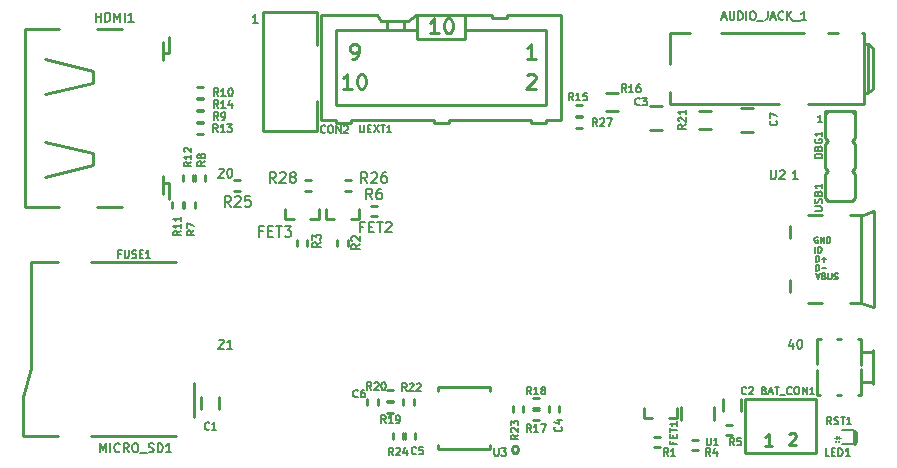
<source format=gbr>
%TF.GenerationSoftware,KiCad,Pcbnew,5.1.5+dfsg1-2build2*%
%TF.CreationDate,2021-04-22T16:13:23+03:00*%
%TF.ProjectId,RP2040-PICO-PC_rev_B,52503230-3430-42d5-9049-434f2d50435f,A*%
%TF.SameCoordinates,Original*%
%TF.FileFunction,Legend,Top*%
%TF.FilePolarity,Positive*%
%FSLAX46Y46*%
G04 Gerber Fmt 4.6, Leading zero omitted, Abs format (unit mm)*
G04 Created by KiCad (PCBNEW 5.1.5+dfsg1-2build2) date 2021-04-22 16:13:23*
%MOMM*%
%LPD*%
G04 APERTURE LIST*
%ADD10C,0.254000*%
%ADD11C,0.127000*%
%ADD12C,0.100000*%
%ADD13C,0.050000*%
%ADD14C,0.154000*%
%ADD15C,0.158750*%
%ADD16C,0.190500*%
%ADD17C,0.222250*%
G04 APERTURE END LIST*
D10*
%TO.C,R28*%
X142875000Y-116649500D02*
X142621000Y-116649500D01*
X142875000Y-116649500D02*
X143129000Y-116649500D01*
X142875000Y-115760500D02*
X143129000Y-115760500D01*
X142875000Y-115760500D02*
X142621000Y-115760500D01*
%TO.C,R26*%
X146304000Y-116649500D02*
X146050000Y-116649500D01*
X146304000Y-116649500D02*
X146558000Y-116649500D01*
X146304000Y-115760500D02*
X146558000Y-115760500D01*
X146304000Y-115760500D02*
X146050000Y-115760500D01*
%TO.C,R25*%
X136906000Y-115760500D02*
X137160000Y-115760500D01*
X136906000Y-115760500D02*
X136652000Y-115760500D01*
X136906000Y-116649500D02*
X136652000Y-116649500D01*
X136906000Y-116649500D02*
X137160000Y-116649500D01*
%TO.C,R6*%
X148463000Y-118808500D02*
X148209000Y-118808500D01*
X148463000Y-118808500D02*
X148717000Y-118808500D01*
X148463000Y-117919500D02*
X148717000Y-117919500D01*
X148463000Y-117919500D02*
X148209000Y-117919500D01*
%TO.C,FET3*%
X140944600Y-118999000D02*
X141655800Y-118999000D01*
X140944600Y-118160800D02*
X140944600Y-118999000D01*
X143789400Y-118160800D02*
X143789400Y-118999000D01*
X143078200Y-118999000D02*
X143789400Y-118999000D01*
%TO.C,FET2*%
X144373600Y-118999000D02*
X145084800Y-118999000D01*
X144373600Y-118160800D02*
X144373600Y-118999000D01*
X147218400Y-118160800D02*
X147218400Y-118999000D01*
X146507200Y-118999000D02*
X147218400Y-118999000D01*
%TO.C,AUDIO_JACK_1*%
X187737000Y-103299000D02*
X186937000Y-103299000D01*
X189937000Y-103299000D02*
X189777000Y-103299000D01*
X175237000Y-103299000D02*
X173537000Y-103299000D01*
X184837000Y-103299000D02*
X177837000Y-103299000D01*
X173537000Y-105879000D02*
X173537000Y-103299000D01*
X173537000Y-109299000D02*
X173537000Y-108299000D01*
X182737000Y-109299000D02*
X173537000Y-109299000D01*
X189937000Y-109299000D02*
X185237000Y-109299000D01*
X190292500Y-108302800D02*
X190292500Y-104213400D01*
X190292500Y-104213400D02*
X189937000Y-104213400D01*
X190737000Y-104549000D02*
X190292500Y-104213400D01*
X190737000Y-108049000D02*
X190737000Y-104549000D01*
X190241700Y-108353600D02*
X190737000Y-108049000D01*
X189937000Y-108353600D02*
X190241700Y-108353600D01*
X189937000Y-109299000D02*
X189937000Y-103299000D01*
%TO.C,R3*%
X142811500Y-121031000D02*
X142811500Y-121285000D01*
X142811500Y-121031000D02*
X142811500Y-120777000D01*
X141922500Y-121031000D02*
X141922500Y-120777000D01*
X141922500Y-121031000D02*
X141922500Y-121285000D01*
%TO.C,R2*%
X146240500Y-121031000D02*
X146240500Y-121285000D01*
X146240500Y-121031000D02*
X146240500Y-120777000D01*
X145351500Y-121031000D02*
X145351500Y-120777000D01*
X145351500Y-121031000D02*
X145351500Y-121285000D01*
%TO.C,FET1*%
X173431200Y-135915400D02*
X174142400Y-135915400D01*
X174142400Y-135077200D02*
X174142400Y-135915400D01*
X171297600Y-135077200D02*
X171297600Y-135915400D01*
X171297600Y-135915400D02*
X172008800Y-135915400D01*
%TO.C,DBG1*%
X189230000Y-109855000D02*
X186690000Y-109855000D01*
X186944000Y-114935000D02*
X186690000Y-115189000D01*
X186690000Y-114681000D02*
X186944000Y-114935000D01*
X186690000Y-112141000D02*
X186690000Y-110363000D01*
X186944000Y-112395000D02*
X186690000Y-112141000D01*
X186690000Y-112649000D02*
X186944000Y-112395000D01*
X186690000Y-114681000D02*
X186690000Y-112649000D01*
X186690000Y-110363000D02*
X186690000Y-109855000D01*
X186690000Y-110109000D02*
X186944000Y-109855000D01*
X188976000Y-109855000D02*
X189230000Y-110109000D01*
X186690000Y-117221000D02*
X186690000Y-115189000D01*
X186944000Y-117475000D02*
X186690000Y-117221000D01*
X188976000Y-117475000D02*
X186944000Y-117475000D01*
X189230000Y-117221000D02*
X188976000Y-117475000D01*
X189230000Y-115189000D02*
X189230000Y-117221000D01*
X188976000Y-114935000D02*
X189230000Y-115189000D01*
X189230000Y-114681000D02*
X188976000Y-114935000D01*
X189230000Y-112649000D02*
X189230000Y-114681000D01*
X188976000Y-112395000D02*
X189230000Y-112649000D01*
X189230000Y-112141000D02*
X188976000Y-112395000D01*
X189230000Y-110109000D02*
X189230000Y-112141000D01*
X189230000Y-109855000D02*
X189230000Y-110109000D01*
%TO.C,CON2*%
X143651000Y-101553000D02*
X143651000Y-104303000D01*
X139051000Y-111553000D02*
X139051000Y-101553000D01*
X139051000Y-101553000D02*
X143651000Y-101553000D01*
X139051000Y-111553000D02*
X143651000Y-111553000D01*
X143651000Y-111553000D02*
X143651000Y-109053000D01*
%TO.C,UEXT1*%
X145288000Y-110871000D02*
X145288000Y-110617000D01*
X146558000Y-110871000D02*
X146558000Y-110617000D01*
X153543000Y-110871000D02*
X153543000Y-110617000D01*
X154813000Y-110871000D02*
X154813000Y-110617000D01*
X161798000Y-110871000D02*
X161798000Y-110617000D01*
X159766000Y-101981000D02*
X159766000Y-101727000D01*
X149606000Y-102997000D02*
X149606000Y-102336600D01*
X151003000Y-102984300D02*
X151003000Y-102336600D01*
X144018000Y-110617000D02*
X144018000Y-101727000D01*
X164338000Y-101727000D02*
X159766000Y-101727000D01*
X152146000Y-102997000D02*
X145288000Y-102997000D01*
X145288000Y-109347000D02*
X145288000Y-102997000D01*
X163068000Y-109347000D02*
X163068000Y-102997000D01*
X164338000Y-110617000D02*
X164338000Y-101727000D01*
X164338000Y-110617000D02*
X163068000Y-110617000D01*
X163068000Y-109347000D02*
X145288000Y-109347000D01*
X158496000Y-101727000D02*
X152019000Y-101727000D01*
X156210000Y-102997000D02*
X163068000Y-102997000D01*
X144018000Y-110617000D02*
X145288000Y-110617000D01*
X145288000Y-110871000D02*
X146558000Y-110871000D01*
X146558000Y-110617000D02*
X153543000Y-110617000D01*
X153543000Y-110871000D02*
X154813000Y-110871000D01*
X154813000Y-110617000D02*
X161798000Y-110617000D01*
X161798000Y-110871000D02*
X163068000Y-110871000D01*
X163068000Y-110871000D02*
X163068000Y-110617000D01*
X148717000Y-101727000D02*
X144018000Y-101727000D01*
X152146000Y-103759000D02*
X152146000Y-101727000D01*
X152019000Y-101727000D02*
X151384000Y-102235000D01*
X151384000Y-102235000D02*
X149098000Y-102235000D01*
X149098000Y-102235000D02*
X148717000Y-101727000D01*
X156210000Y-101727000D02*
X156210000Y-103759000D01*
X156210000Y-103759000D02*
X152146000Y-103759000D01*
X159766000Y-101981000D02*
X158496000Y-101981000D01*
X158496000Y-101981000D02*
X158496000Y-101727000D01*
%TO.C,BAT_CON1*%
X179849780Y-138836400D02*
X185897520Y-138836400D01*
X185897520Y-138836400D02*
X185897520Y-134320280D01*
X185897520Y-134320280D02*
X179862480Y-134320280D01*
X179862480Y-134320280D02*
X179862480Y-138813540D01*
%TO.C,R7*%
X132397500Y-117856000D02*
X132397500Y-118110000D01*
X132397500Y-117856000D02*
X132397500Y-117602000D01*
X133286500Y-117856000D02*
X133286500Y-117602000D01*
X133286500Y-117856000D02*
X133286500Y-118110000D01*
%TO.C,R13*%
X133731000Y-111823500D02*
X133985000Y-111823500D01*
X133731000Y-111823500D02*
X133477000Y-111823500D01*
X133731000Y-110934500D02*
X133477000Y-110934500D01*
X133731000Y-110934500D02*
X133985000Y-110934500D01*
%TO.C,R10*%
X133731000Y-107886500D02*
X133985000Y-107886500D01*
X133731000Y-107886500D02*
X133477000Y-107886500D01*
X133731000Y-108775500D02*
X133477000Y-108775500D01*
X133731000Y-108775500D02*
X133985000Y-108775500D01*
%TO.C,R12*%
X132270500Y-115570000D02*
X132270500Y-115824000D01*
X132270500Y-115570000D02*
X132270500Y-115316000D01*
X133159500Y-115570000D02*
X133159500Y-115316000D01*
X133159500Y-115570000D02*
X133159500Y-115824000D01*
%TO.C,R11*%
X132270500Y-117856000D02*
X132270500Y-118110000D01*
X132270500Y-117856000D02*
X132270500Y-117602000D01*
X131381500Y-117856000D02*
X131381500Y-117602000D01*
X131381500Y-117856000D02*
X131381500Y-118110000D01*
%TO.C,R9*%
X133731000Y-109918500D02*
X133985000Y-109918500D01*
X133731000Y-109918500D02*
X133477000Y-109918500D01*
X133731000Y-110807500D02*
X133477000Y-110807500D01*
X133731000Y-110807500D02*
X133985000Y-110807500D01*
%TO.C,R8*%
X133286500Y-115570000D02*
X133286500Y-115824000D01*
X133286500Y-115570000D02*
X133286500Y-115316000D01*
X134175500Y-115570000D02*
X134175500Y-115316000D01*
X134175500Y-115570000D02*
X134175500Y-115824000D01*
%TO.C,R14*%
X133731000Y-109791500D02*
X133985000Y-109791500D01*
X133731000Y-109791500D02*
X133477000Y-109791500D01*
X133731000Y-108902500D02*
X133477000Y-108902500D01*
X133731000Y-108902500D02*
X133985000Y-108902500D01*
%TO.C,C1*%
X133858000Y-135128000D02*
X133858000Y-134112000D01*
X135382000Y-135128000D02*
X135382000Y-134112000D01*
%TO.C,HDMI1*%
X124650500Y-106492040D02*
X120650000Y-105491280D01*
X124650500Y-107490260D02*
X124650500Y-106492040D01*
X120650000Y-108491020D02*
X124650500Y-107490260D01*
X124650500Y-114487960D02*
X120650000Y-115488720D01*
X124650500Y-113489740D02*
X124650500Y-114487960D01*
X120650000Y-112488980D02*
X124650500Y-113489740D01*
X131066540Y-104990900D02*
X131066540Y-103604060D01*
X130566160Y-104990900D02*
X131066540Y-104990900D01*
X131066540Y-115989100D02*
X130566160Y-115989100D01*
X131066540Y-117363240D02*
X131066540Y-115989100D01*
X125016260Y-102991920D02*
X127167640Y-102991920D01*
X118910100Y-102991920D02*
X121818400Y-102991920D01*
X118910100Y-117988080D02*
X118910100Y-102991920D01*
X121818400Y-117988080D02*
X118910100Y-117988080D01*
X127167640Y-117988080D02*
X125016260Y-117988080D01*
X130566160Y-115989100D02*
X130566160Y-116888260D01*
X130566160Y-115389660D02*
X130566160Y-115989100D01*
X130566160Y-104990900D02*
X130566160Y-105590340D01*
X130566160Y-104091740D02*
X130566160Y-104990900D01*
%TO.C,C2*%
X179578000Y-135255000D02*
X179578000Y-134239000D01*
X178054000Y-135255000D02*
X178054000Y-134239000D01*
D11*
%TO.C,LED1*%
X189103000Y-138125200D02*
X188087000Y-138125200D01*
X188087000Y-136906000D02*
X189103000Y-136906000D01*
D12*
X187446000Y-137541000D02*
X187966000Y-137541000D01*
X187616000Y-137431000D02*
X187616000Y-137651000D01*
X187616000Y-137431000D02*
X187726000Y-137531000D01*
X187616000Y-137651000D02*
X187716000Y-137551000D01*
X187806000Y-137431000D02*
X187806000Y-137651000D01*
D13*
X187883800Y-137786600D02*
X187753800Y-137896600D01*
X187752200Y-137895600D02*
X187832200Y-137885600D01*
X187752200Y-137895600D02*
X187752200Y-137815600D01*
X187536800Y-137895600D02*
X187536800Y-137815600D01*
X187536800Y-137895600D02*
X187616800Y-137885600D01*
X187676800Y-137765600D02*
X187546800Y-137875600D01*
D10*
X189115700Y-136969500D02*
X189268100Y-137096500D01*
X189115700Y-138061700D02*
X189255400Y-137934700D01*
X189268100Y-137096500D02*
X189268100Y-137922000D01*
X189103000Y-138023600D02*
X189103000Y-136982200D01*
%TO.C,R1*%
X172466000Y-138366500D02*
X172720000Y-138366500D01*
X172466000Y-138366500D02*
X172212000Y-138366500D01*
X172466000Y-137477500D02*
X172212000Y-137477500D01*
X172466000Y-137477500D02*
X172720000Y-137477500D01*
%TO.C,R4*%
X175641000Y-138620500D02*
X175387000Y-138620500D01*
X175641000Y-138620500D02*
X175895000Y-138620500D01*
X175641000Y-137731500D02*
X175895000Y-137731500D01*
X175641000Y-137731500D02*
X175387000Y-137731500D01*
%TO.C,R5*%
X178562000Y-136461500D02*
X178816000Y-136461500D01*
X178562000Y-136461500D02*
X178308000Y-136461500D01*
X178562000Y-137350500D02*
X178308000Y-137350500D01*
X178562000Y-137350500D02*
X178816000Y-137350500D01*
%TO.C,U1*%
X174421800Y-134950200D02*
X174421800Y-136080500D01*
X177228500Y-134950200D02*
X177228500Y-136080500D01*
%TO.C,USB1*%
X189725000Y-118728000D02*
X189725000Y-126128000D01*
X185225000Y-126128000D02*
X186425000Y-126128000D01*
X183725000Y-124228000D02*
X183725000Y-125228000D01*
X183725000Y-119628000D02*
X183725000Y-120628000D01*
X188725000Y-118728000D02*
X189725000Y-118728000D01*
X190825000Y-118364000D02*
X190825000Y-126492000D01*
X189725000Y-126128000D02*
X188725000Y-126128000D01*
X185225000Y-118728000D02*
X186425000Y-118728000D01*
X190754000Y-118364000D02*
X189738000Y-118745000D01*
X190754000Y-126492000D02*
X189738000Y-126111000D01*
%TO.C,C3*%
X172847000Y-109474000D02*
X171831000Y-109474000D01*
X172847000Y-111506000D02*
X171831000Y-111506000D01*
%TO.C,C4*%
X163258500Y-135128000D02*
X163258500Y-135382000D01*
X163258500Y-135128000D02*
X163258500Y-134874000D01*
X164147500Y-135128000D02*
X164147500Y-134874000D01*
X164147500Y-135128000D02*
X164147500Y-135382000D01*
%TO.C,C5*%
X151955500Y-137414000D02*
X151955500Y-137668000D01*
X151955500Y-137414000D02*
X151955500Y-137160000D01*
X151066500Y-137414000D02*
X151066500Y-137160000D01*
X151066500Y-137414000D02*
X151066500Y-137668000D01*
%TO.C,C6*%
X148780500Y-134493000D02*
X148780500Y-134239000D01*
X148780500Y-134493000D02*
X148780500Y-134747000D01*
X147891500Y-134493000D02*
X147891500Y-134747000D01*
X147891500Y-134493000D02*
X147891500Y-134239000D01*
%TO.C,C7*%
X180594000Y-111633000D02*
X179578000Y-111633000D01*
X180594000Y-109601000D02*
X179578000Y-109601000D01*
%TO.C,R16*%
X168148000Y-108331000D02*
X169164000Y-108331000D01*
X168148000Y-109855000D02*
X169164000Y-109855000D01*
%TO.C,R17*%
X162179000Y-135191500D02*
X161925000Y-135191500D01*
X162179000Y-135191500D02*
X162433000Y-135191500D01*
X162179000Y-136080500D02*
X162433000Y-136080500D01*
X162179000Y-136080500D02*
X161925000Y-136080500D01*
%TO.C,R18*%
X162179000Y-134175500D02*
X162433000Y-134175500D01*
X162179000Y-134175500D02*
X161925000Y-134175500D01*
X162179000Y-135064500D02*
X161925000Y-135064500D01*
X162179000Y-135064500D02*
X162433000Y-135064500D01*
%TO.C,R19*%
X149860000Y-135445500D02*
X149606000Y-135445500D01*
X149860000Y-135445500D02*
X150114000Y-135445500D01*
X149860000Y-134556500D02*
X150114000Y-134556500D01*
X149860000Y-134556500D02*
X149606000Y-134556500D01*
%TO.C,R20*%
X149860000Y-134429500D02*
X150114000Y-134429500D01*
X149860000Y-134429500D02*
X149606000Y-134429500D01*
X149860000Y-133540500D02*
X149606000Y-133540500D01*
X149860000Y-133540500D02*
X150114000Y-133540500D01*
%TO.C,R21*%
X176022000Y-109855000D02*
X177038000Y-109855000D01*
X176022000Y-111379000D02*
X177038000Y-111379000D01*
%TO.C,R22*%
X151828500Y-134493000D02*
X151828500Y-134239000D01*
X151828500Y-134493000D02*
X151828500Y-134747000D01*
X150939500Y-134493000D02*
X150939500Y-134747000D01*
X150939500Y-134493000D02*
X150939500Y-134239000D01*
%TO.C,R23*%
X160210500Y-135128000D02*
X160210500Y-134874000D01*
X160210500Y-135128000D02*
X160210500Y-135382000D01*
X161099500Y-135128000D02*
X161099500Y-135382000D01*
X161099500Y-135128000D02*
X161099500Y-134874000D01*
%TO.C,R24*%
X150050500Y-137414000D02*
X150050500Y-137668000D01*
X150050500Y-137414000D02*
X150050500Y-137160000D01*
X150939500Y-137414000D02*
X150939500Y-137160000D01*
X150939500Y-137414000D02*
X150939500Y-137668000D01*
%TO.C,RST1*%
X189683000Y-129222000D02*
X189683000Y-131372000D01*
X189683000Y-133922000D02*
X189683000Y-131782000D01*
X185983000Y-129222000D02*
X185983000Y-131282000D01*
X185983000Y-133922000D02*
X185983000Y-131852000D01*
X189683000Y-130322000D02*
X190693000Y-130322000D01*
X189683000Y-132822000D02*
X190673000Y-132822000D01*
X190693000Y-132972000D02*
X190693000Y-130162000D01*
X187693300Y-129222500D02*
X188010800Y-129222500D01*
X187680600Y-133921500D02*
X187998100Y-133921500D01*
X189677200Y-129222500D02*
X189423200Y-129222500D01*
X189677200Y-133921500D02*
X189410500Y-133921500D01*
X185988800Y-129222500D02*
X186268200Y-129222500D01*
X185988800Y-133921500D02*
X186255500Y-133921500D01*
%TO.C,MICRO_SD1*%
X118734840Y-134096760D02*
X119435880Y-131696460D01*
X121734580Y-122699780D02*
X119435880Y-122699780D01*
X121734580Y-137396220D02*
X118734840Y-137396220D01*
X119435880Y-131696460D02*
X119435880Y-122699780D01*
X118734840Y-137396220D02*
X118734840Y-134096760D01*
X131732020Y-137396220D02*
X124536200Y-137396220D01*
X133233160Y-132897880D02*
X133233160Y-135796020D01*
X131732020Y-122699780D02*
X124536200Y-122699780D01*
%TO.C,R15*%
X165862000Y-110299500D02*
X166116000Y-110299500D01*
X165862000Y-110299500D02*
X165608000Y-110299500D01*
X165862000Y-109410500D02*
X165608000Y-109410500D01*
X165862000Y-109410500D02*
X166116000Y-109410500D01*
%TO.C,R27*%
X165862000Y-111315500D02*
X165608000Y-111315500D01*
X165862000Y-111315500D02*
X166116000Y-111315500D01*
X165862000Y-110426500D02*
X166116000Y-110426500D01*
X165862000Y-110426500D02*
X165608000Y-110426500D01*
%TO.C,U3*%
X158283000Y-138190000D02*
X158283000Y-138490000D01*
X153883000Y-138190000D02*
X153883000Y-138490000D01*
X153883000Y-133590000D02*
X153883000Y-133290000D01*
X158283000Y-133290000D02*
X158283000Y-133590000D01*
X153883000Y-138490000D02*
X158283000Y-138490000D01*
X153883000Y-133290000D02*
X158283000Y-133290000D01*
%TO.C,R28*%
D14*
X140137428Y-115977142D02*
X139837428Y-115548571D01*
X139623142Y-115977142D02*
X139623142Y-115077142D01*
X139966000Y-115077142D01*
X140051714Y-115120000D01*
X140094571Y-115162857D01*
X140137428Y-115248571D01*
X140137428Y-115377142D01*
X140094571Y-115462857D01*
X140051714Y-115505714D01*
X139966000Y-115548571D01*
X139623142Y-115548571D01*
X140480285Y-115162857D02*
X140523142Y-115120000D01*
X140608857Y-115077142D01*
X140823142Y-115077142D01*
X140908857Y-115120000D01*
X140951714Y-115162857D01*
X140994571Y-115248571D01*
X140994571Y-115334285D01*
X140951714Y-115462857D01*
X140437428Y-115977142D01*
X140994571Y-115977142D01*
X141508857Y-115462857D02*
X141423142Y-115420000D01*
X141380285Y-115377142D01*
X141337428Y-115291428D01*
X141337428Y-115248571D01*
X141380285Y-115162857D01*
X141423142Y-115120000D01*
X141508857Y-115077142D01*
X141680285Y-115077142D01*
X141766000Y-115120000D01*
X141808857Y-115162857D01*
X141851714Y-115248571D01*
X141851714Y-115291428D01*
X141808857Y-115377142D01*
X141766000Y-115420000D01*
X141680285Y-115462857D01*
X141508857Y-115462857D01*
X141423142Y-115505714D01*
X141380285Y-115548571D01*
X141337428Y-115634285D01*
X141337428Y-115805714D01*
X141380285Y-115891428D01*
X141423142Y-115934285D01*
X141508857Y-115977142D01*
X141680285Y-115977142D01*
X141766000Y-115934285D01*
X141808857Y-115891428D01*
X141851714Y-115805714D01*
X141851714Y-115634285D01*
X141808857Y-115548571D01*
X141766000Y-115505714D01*
X141680285Y-115462857D01*
%TO.C,R26*%
X147884428Y-115977142D02*
X147584428Y-115548571D01*
X147370142Y-115977142D02*
X147370142Y-115077142D01*
X147713000Y-115077142D01*
X147798714Y-115120000D01*
X147841571Y-115162857D01*
X147884428Y-115248571D01*
X147884428Y-115377142D01*
X147841571Y-115462857D01*
X147798714Y-115505714D01*
X147713000Y-115548571D01*
X147370142Y-115548571D01*
X148227285Y-115162857D02*
X148270142Y-115120000D01*
X148355857Y-115077142D01*
X148570142Y-115077142D01*
X148655857Y-115120000D01*
X148698714Y-115162857D01*
X148741571Y-115248571D01*
X148741571Y-115334285D01*
X148698714Y-115462857D01*
X148184428Y-115977142D01*
X148741571Y-115977142D01*
X149513000Y-115077142D02*
X149341571Y-115077142D01*
X149255857Y-115120000D01*
X149213000Y-115162857D01*
X149127285Y-115291428D01*
X149084428Y-115462857D01*
X149084428Y-115805714D01*
X149127285Y-115891428D01*
X149170142Y-115934285D01*
X149255857Y-115977142D01*
X149427285Y-115977142D01*
X149513000Y-115934285D01*
X149555857Y-115891428D01*
X149598714Y-115805714D01*
X149598714Y-115591428D01*
X149555857Y-115505714D01*
X149513000Y-115462857D01*
X149427285Y-115420000D01*
X149255857Y-115420000D01*
X149170142Y-115462857D01*
X149127285Y-115505714D01*
X149084428Y-115591428D01*
%TO.C,R25*%
X136327428Y-118009142D02*
X136027428Y-117580571D01*
X135813142Y-118009142D02*
X135813142Y-117109142D01*
X136156000Y-117109142D01*
X136241714Y-117152000D01*
X136284571Y-117194857D01*
X136327428Y-117280571D01*
X136327428Y-117409142D01*
X136284571Y-117494857D01*
X136241714Y-117537714D01*
X136156000Y-117580571D01*
X135813142Y-117580571D01*
X136670285Y-117194857D02*
X136713142Y-117152000D01*
X136798857Y-117109142D01*
X137013142Y-117109142D01*
X137098857Y-117152000D01*
X137141714Y-117194857D01*
X137184571Y-117280571D01*
X137184571Y-117366285D01*
X137141714Y-117494857D01*
X136627428Y-118009142D01*
X137184571Y-118009142D01*
X137998857Y-117109142D02*
X137570285Y-117109142D01*
X137527428Y-117537714D01*
X137570285Y-117494857D01*
X137656000Y-117452000D01*
X137870285Y-117452000D01*
X137956000Y-117494857D01*
X137998857Y-117537714D01*
X138041714Y-117623428D01*
X138041714Y-117837714D01*
X137998857Y-117923428D01*
X137956000Y-117966285D01*
X137870285Y-118009142D01*
X137656000Y-118009142D01*
X137570285Y-117966285D01*
X137527428Y-117923428D01*
%TO.C,R6*%
X148313000Y-117374142D02*
X148013000Y-116945571D01*
X147798714Y-117374142D02*
X147798714Y-116474142D01*
X148141571Y-116474142D01*
X148227285Y-116517000D01*
X148270142Y-116559857D01*
X148313000Y-116645571D01*
X148313000Y-116774142D01*
X148270142Y-116859857D01*
X148227285Y-116902714D01*
X148141571Y-116945571D01*
X147798714Y-116945571D01*
X149084428Y-116474142D02*
X148913000Y-116474142D01*
X148827285Y-116517000D01*
X148784428Y-116559857D01*
X148698714Y-116688428D01*
X148655857Y-116859857D01*
X148655857Y-117202714D01*
X148698714Y-117288428D01*
X148741571Y-117331285D01*
X148827285Y-117374142D01*
X148998714Y-117374142D01*
X149084428Y-117331285D01*
X149127285Y-117288428D01*
X149170142Y-117202714D01*
X149170142Y-116988428D01*
X149127285Y-116902714D01*
X149084428Y-116859857D01*
X148998714Y-116817000D01*
X148827285Y-116817000D01*
X148741571Y-116859857D01*
X148698714Y-116902714D01*
X148655857Y-116988428D01*
%TO.C,FET3*%
X139031000Y-120077714D02*
X138731000Y-120077714D01*
X138731000Y-120549142D02*
X138731000Y-119649142D01*
X139159571Y-119649142D01*
X139502428Y-120077714D02*
X139802428Y-120077714D01*
X139931000Y-120549142D02*
X139502428Y-120549142D01*
X139502428Y-119649142D01*
X139931000Y-119649142D01*
X140188142Y-119649142D02*
X140702428Y-119649142D01*
X140445285Y-120549142D02*
X140445285Y-119649142D01*
X140916714Y-119649142D02*
X141473857Y-119649142D01*
X141173857Y-119992000D01*
X141302428Y-119992000D01*
X141388142Y-120034857D01*
X141431000Y-120077714D01*
X141473857Y-120163428D01*
X141473857Y-120377714D01*
X141431000Y-120463428D01*
X141388142Y-120506285D01*
X141302428Y-120549142D01*
X141045285Y-120549142D01*
X140959571Y-120506285D01*
X140916714Y-120463428D01*
%TO.C,FET2*%
X147540000Y-119696714D02*
X147240000Y-119696714D01*
X147240000Y-120168142D02*
X147240000Y-119268142D01*
X147668571Y-119268142D01*
X148011428Y-119696714D02*
X148311428Y-119696714D01*
X148440000Y-120168142D02*
X148011428Y-120168142D01*
X148011428Y-119268142D01*
X148440000Y-119268142D01*
X148697142Y-119268142D02*
X149211428Y-119268142D01*
X148954285Y-120168142D02*
X148954285Y-119268142D01*
X149468571Y-119353857D02*
X149511428Y-119311000D01*
X149597142Y-119268142D01*
X149811428Y-119268142D01*
X149897142Y-119311000D01*
X149940000Y-119353857D01*
X149982857Y-119439571D01*
X149982857Y-119525285D01*
X149940000Y-119653857D01*
X149425714Y-120168142D01*
X149982857Y-120168142D01*
%TO.C,AUDIO_JACK_1*%
X177933000Y-101970666D02*
X178266333Y-101970666D01*
X177866333Y-102170666D02*
X178099666Y-101470666D01*
X178333000Y-102170666D01*
X178566333Y-101470666D02*
X178566333Y-102037333D01*
X178599666Y-102104000D01*
X178633000Y-102137333D01*
X178699666Y-102170666D01*
X178833000Y-102170666D01*
X178899666Y-102137333D01*
X178933000Y-102104000D01*
X178966333Y-102037333D01*
X178966333Y-101470666D01*
X179299666Y-102170666D02*
X179299666Y-101470666D01*
X179466333Y-101470666D01*
X179566333Y-101504000D01*
X179633000Y-101570666D01*
X179666333Y-101637333D01*
X179699666Y-101770666D01*
X179699666Y-101870666D01*
X179666333Y-102004000D01*
X179633000Y-102070666D01*
X179566333Y-102137333D01*
X179466333Y-102170666D01*
X179299666Y-102170666D01*
X179999666Y-102170666D02*
X179999666Y-101470666D01*
X180466333Y-101470666D02*
X180599666Y-101470666D01*
X180666333Y-101504000D01*
X180733000Y-101570666D01*
X180766333Y-101704000D01*
X180766333Y-101937333D01*
X180733000Y-102070666D01*
X180666333Y-102137333D01*
X180599666Y-102170666D01*
X180466333Y-102170666D01*
X180399666Y-102137333D01*
X180333000Y-102070666D01*
X180299666Y-101937333D01*
X180299666Y-101704000D01*
X180333000Y-101570666D01*
X180399666Y-101504000D01*
X180466333Y-101470666D01*
X180899666Y-102237333D02*
X181433000Y-102237333D01*
X181799666Y-101470666D02*
X181799666Y-101970666D01*
X181766333Y-102070666D01*
X181699666Y-102137333D01*
X181599666Y-102170666D01*
X181533000Y-102170666D01*
X182099666Y-101970666D02*
X182433000Y-101970666D01*
X182033000Y-102170666D02*
X182266333Y-101470666D01*
X182499666Y-102170666D01*
X183133000Y-102104000D02*
X183099666Y-102137333D01*
X182999666Y-102170666D01*
X182933000Y-102170666D01*
X182833000Y-102137333D01*
X182766333Y-102070666D01*
X182733000Y-102004000D01*
X182699666Y-101870666D01*
X182699666Y-101770666D01*
X182733000Y-101637333D01*
X182766333Y-101570666D01*
X182833000Y-101504000D01*
X182933000Y-101470666D01*
X182999666Y-101470666D01*
X183099666Y-101504000D01*
X183133000Y-101537333D01*
X183433000Y-102170666D02*
X183433000Y-101470666D01*
X183833000Y-102170666D02*
X183533000Y-101770666D01*
X183833000Y-101470666D02*
X183433000Y-101870666D01*
X183966333Y-102237333D02*
X184499666Y-102237333D01*
X185033000Y-102170666D02*
X184633000Y-102170666D01*
X184833000Y-102170666D02*
X184833000Y-101470666D01*
X184766333Y-101570666D01*
X184699666Y-101637333D01*
X184633000Y-101670666D01*
%TO.C,R3*%
X143953666Y-121020666D02*
X143620333Y-121254000D01*
X143953666Y-121420666D02*
X143253666Y-121420666D01*
X143253666Y-121154000D01*
X143287000Y-121087333D01*
X143320333Y-121054000D01*
X143387000Y-121020666D01*
X143487000Y-121020666D01*
X143553666Y-121054000D01*
X143587000Y-121087333D01*
X143620333Y-121154000D01*
X143620333Y-121420666D01*
X143253666Y-120787333D02*
X143253666Y-120354000D01*
X143520333Y-120587333D01*
X143520333Y-120487333D01*
X143553666Y-120420666D01*
X143587000Y-120387333D01*
X143653666Y-120354000D01*
X143820333Y-120354000D01*
X143887000Y-120387333D01*
X143920333Y-120420666D01*
X143953666Y-120487333D01*
X143953666Y-120687333D01*
X143920333Y-120754000D01*
X143887000Y-120787333D01*
%TO.C,R2*%
X147255666Y-121147666D02*
X146922333Y-121381000D01*
X147255666Y-121547666D02*
X146555666Y-121547666D01*
X146555666Y-121281000D01*
X146589000Y-121214333D01*
X146622333Y-121181000D01*
X146689000Y-121147666D01*
X146789000Y-121147666D01*
X146855666Y-121181000D01*
X146889000Y-121214333D01*
X146922333Y-121281000D01*
X146922333Y-121547666D01*
X146622333Y-120881000D02*
X146589000Y-120847666D01*
X146555666Y-120781000D01*
X146555666Y-120614333D01*
X146589000Y-120547666D01*
X146622333Y-120514333D01*
X146689000Y-120481000D01*
X146755666Y-120481000D01*
X146855666Y-120514333D01*
X147255666Y-120914333D01*
X147255666Y-120481000D01*
%TO.C,FET1*%
D15*
X173817642Y-137900833D02*
X173817642Y-138112500D01*
X174150261Y-138112500D02*
X173515261Y-138112500D01*
X173515261Y-137810119D01*
X173817642Y-137568214D02*
X173817642Y-137356547D01*
X174150261Y-137265833D02*
X174150261Y-137568214D01*
X173515261Y-137568214D01*
X173515261Y-137265833D01*
X173515261Y-137084404D02*
X173515261Y-136721547D01*
X174150261Y-136902976D02*
X173515261Y-136902976D01*
X174150261Y-136177261D02*
X174150261Y-136540119D01*
X174150261Y-136358690D02*
X173515261Y-136358690D01*
X173605976Y-136419166D01*
X173666452Y-136479642D01*
X173696690Y-136540119D01*
%TO.C,DBG1*%
X186405761Y-113879690D02*
X185770761Y-113879690D01*
X185770761Y-113728500D01*
X185801000Y-113637785D01*
X185861476Y-113577309D01*
X185921952Y-113547071D01*
X186042904Y-113516833D01*
X186133619Y-113516833D01*
X186254571Y-113547071D01*
X186315047Y-113577309D01*
X186375523Y-113637785D01*
X186405761Y-113728500D01*
X186405761Y-113879690D01*
X186073142Y-113033023D02*
X186103380Y-112942309D01*
X186133619Y-112912071D01*
X186194095Y-112881833D01*
X186284809Y-112881833D01*
X186345285Y-112912071D01*
X186375523Y-112942309D01*
X186405761Y-113002785D01*
X186405761Y-113244690D01*
X185770761Y-113244690D01*
X185770761Y-113033023D01*
X185801000Y-112972547D01*
X185831238Y-112942309D01*
X185891714Y-112912071D01*
X185952190Y-112912071D01*
X186012666Y-112942309D01*
X186042904Y-112972547D01*
X186073142Y-113033023D01*
X186073142Y-113244690D01*
X185801000Y-112277071D02*
X185770761Y-112337547D01*
X185770761Y-112428261D01*
X185801000Y-112518976D01*
X185861476Y-112579452D01*
X185921952Y-112609690D01*
X186042904Y-112639928D01*
X186133619Y-112639928D01*
X186254571Y-112609690D01*
X186315047Y-112579452D01*
X186375523Y-112518976D01*
X186405761Y-112428261D01*
X186405761Y-112367785D01*
X186375523Y-112277071D01*
X186345285Y-112246833D01*
X186133619Y-112246833D01*
X186133619Y-112367785D01*
X186405761Y-111642071D02*
X186405761Y-112004928D01*
X186405761Y-111823500D02*
X185770761Y-111823500D01*
X185861476Y-111883976D01*
X185921952Y-111944452D01*
X185952190Y-112004928D01*
X186426928Y-110840761D02*
X186064071Y-110840761D01*
X186245500Y-110840761D02*
X186245500Y-110205761D01*
X186185023Y-110296476D01*
X186124547Y-110356952D01*
X186064071Y-110387190D01*
%TO.C,CON2*%
X144339128Y-111681985D02*
X144308890Y-111712223D01*
X144218176Y-111742461D01*
X144157700Y-111742461D01*
X144066985Y-111712223D01*
X144006509Y-111651747D01*
X143976271Y-111591271D01*
X143946033Y-111470319D01*
X143946033Y-111379604D01*
X143976271Y-111258652D01*
X144006509Y-111198176D01*
X144066985Y-111137700D01*
X144157700Y-111107461D01*
X144218176Y-111107461D01*
X144308890Y-111137700D01*
X144339128Y-111167938D01*
X144732223Y-111107461D02*
X144853176Y-111107461D01*
X144913652Y-111137700D01*
X144974128Y-111198176D01*
X145004366Y-111319128D01*
X145004366Y-111530795D01*
X144974128Y-111651747D01*
X144913652Y-111712223D01*
X144853176Y-111742461D01*
X144732223Y-111742461D01*
X144671747Y-111712223D01*
X144611271Y-111651747D01*
X144581033Y-111530795D01*
X144581033Y-111319128D01*
X144611271Y-111198176D01*
X144671747Y-111137700D01*
X144732223Y-111107461D01*
X145276509Y-111742461D02*
X145276509Y-111107461D01*
X145639366Y-111742461D01*
X145639366Y-111107461D01*
X145911509Y-111167938D02*
X145941747Y-111137700D01*
X146002223Y-111107461D01*
X146153414Y-111107461D01*
X146213890Y-111137700D01*
X146244128Y-111167938D01*
X146274366Y-111228414D01*
X146274366Y-111288890D01*
X146244128Y-111379604D01*
X145881271Y-111742461D01*
X146274366Y-111742461D01*
D16*
X138647714Y-102452714D02*
X138212285Y-102452714D01*
X138430000Y-102452714D02*
X138430000Y-101690714D01*
X138357428Y-101799571D01*
X138284857Y-101872142D01*
X138212285Y-101908428D01*
%TO.C,UEXT1*%
D15*
X147274642Y-111082061D02*
X147274642Y-111596109D01*
X147304880Y-111656585D01*
X147335119Y-111686823D01*
X147395595Y-111717061D01*
X147516547Y-111717061D01*
X147577023Y-111686823D01*
X147607261Y-111656585D01*
X147637500Y-111596109D01*
X147637500Y-111082061D01*
X147939880Y-111384442D02*
X148151547Y-111384442D01*
X148242261Y-111717061D02*
X147939880Y-111717061D01*
X147939880Y-111082061D01*
X148242261Y-111082061D01*
X148453928Y-111082061D02*
X148877261Y-111717061D01*
X148877261Y-111082061D02*
X148453928Y-111717061D01*
X149028452Y-111082061D02*
X149391309Y-111082061D01*
X149209880Y-111717061D02*
X149209880Y-111082061D01*
X149935595Y-111717061D02*
X149572738Y-111717061D01*
X149754166Y-111717061D02*
X149754166Y-111082061D01*
X149693690Y-111172776D01*
X149633214Y-111233252D01*
X149572738Y-111263490D01*
D10*
X146570095Y-105476523D02*
X146812000Y-105476523D01*
X146932952Y-105416047D01*
X146993428Y-105355571D01*
X147114380Y-105174142D01*
X147174857Y-104932238D01*
X147174857Y-104448428D01*
X147114380Y-104327476D01*
X147053904Y-104267000D01*
X146932952Y-104206523D01*
X146691047Y-104206523D01*
X146570095Y-104267000D01*
X146509619Y-104327476D01*
X146449142Y-104448428D01*
X146449142Y-104750809D01*
X146509619Y-104871761D01*
X146570095Y-104932238D01*
X146691047Y-104992714D01*
X146932952Y-104992714D01*
X147053904Y-104932238D01*
X147114380Y-104871761D01*
X147174857Y-104750809D01*
X146570095Y-108016523D02*
X145844380Y-108016523D01*
X146207238Y-108016523D02*
X146207238Y-106746523D01*
X146086285Y-106927952D01*
X145965333Y-107048904D01*
X145844380Y-107109380D01*
X147356285Y-106746523D02*
X147477238Y-106746523D01*
X147598190Y-106807000D01*
X147658666Y-106867476D01*
X147719142Y-106988428D01*
X147779619Y-107230333D01*
X147779619Y-107532714D01*
X147719142Y-107774619D01*
X147658666Y-107895571D01*
X147598190Y-107956047D01*
X147477238Y-108016523D01*
X147356285Y-108016523D01*
X147235333Y-107956047D01*
X147174857Y-107895571D01*
X147114380Y-107774619D01*
X147053904Y-107532714D01*
X147053904Y-107230333D01*
X147114380Y-106988428D01*
X147174857Y-106867476D01*
X147235333Y-106807000D01*
X147356285Y-106746523D01*
X161435142Y-106867476D02*
X161495619Y-106807000D01*
X161616571Y-106746523D01*
X161918952Y-106746523D01*
X162039904Y-106807000D01*
X162100380Y-106867476D01*
X162160857Y-106988428D01*
X162160857Y-107109380D01*
X162100380Y-107290809D01*
X161374666Y-108016523D01*
X162160857Y-108016523D01*
X162160857Y-105476523D02*
X161435142Y-105476523D01*
X161798000Y-105476523D02*
X161798000Y-104206523D01*
X161677047Y-104387952D01*
X161556095Y-104508904D01*
X161435142Y-104569380D01*
X153936095Y-103317523D02*
X153210380Y-103317523D01*
X153573238Y-103317523D02*
X153573238Y-102047523D01*
X153452285Y-102228952D01*
X153331333Y-102349904D01*
X153210380Y-102410380D01*
X154722285Y-102047523D02*
X154843238Y-102047523D01*
X154964190Y-102108000D01*
X155024666Y-102168476D01*
X155085142Y-102289428D01*
X155145619Y-102531333D01*
X155145619Y-102833714D01*
X155085142Y-103075619D01*
X155024666Y-103196571D01*
X154964190Y-103257047D01*
X154843238Y-103317523D01*
X154722285Y-103317523D01*
X154601333Y-103257047D01*
X154540857Y-103196571D01*
X154480380Y-103075619D01*
X154419904Y-102833714D01*
X154419904Y-102531333D01*
X154480380Y-102289428D01*
X154540857Y-102168476D01*
X154601333Y-102108000D01*
X154722285Y-102047523D01*
%TO.C,BAT_CON1*%
D15*
X181519285Y-133558642D02*
X181610000Y-133588880D01*
X181640238Y-133619119D01*
X181670476Y-133679595D01*
X181670476Y-133770309D01*
X181640238Y-133830785D01*
X181610000Y-133861023D01*
X181549523Y-133891261D01*
X181307619Y-133891261D01*
X181307619Y-133256261D01*
X181519285Y-133256261D01*
X181579761Y-133286500D01*
X181610000Y-133316738D01*
X181640238Y-133377214D01*
X181640238Y-133437690D01*
X181610000Y-133498166D01*
X181579761Y-133528404D01*
X181519285Y-133558642D01*
X181307619Y-133558642D01*
X181912380Y-133709833D02*
X182214761Y-133709833D01*
X181851904Y-133891261D02*
X182063571Y-133256261D01*
X182275238Y-133891261D01*
X182396190Y-133256261D02*
X182759047Y-133256261D01*
X182577619Y-133891261D02*
X182577619Y-133256261D01*
X182819523Y-133951738D02*
X183303333Y-133951738D01*
X183817380Y-133830785D02*
X183787142Y-133861023D01*
X183696428Y-133891261D01*
X183635952Y-133891261D01*
X183545238Y-133861023D01*
X183484761Y-133800547D01*
X183454523Y-133740071D01*
X183424285Y-133619119D01*
X183424285Y-133528404D01*
X183454523Y-133407452D01*
X183484761Y-133346976D01*
X183545238Y-133286500D01*
X183635952Y-133256261D01*
X183696428Y-133256261D01*
X183787142Y-133286500D01*
X183817380Y-133316738D01*
X184210476Y-133256261D02*
X184331428Y-133256261D01*
X184391904Y-133286500D01*
X184452380Y-133346976D01*
X184482619Y-133467928D01*
X184482619Y-133679595D01*
X184452380Y-133800547D01*
X184391904Y-133861023D01*
X184331428Y-133891261D01*
X184210476Y-133891261D01*
X184150000Y-133861023D01*
X184089523Y-133800547D01*
X184059285Y-133679595D01*
X184059285Y-133467928D01*
X184089523Y-133346976D01*
X184150000Y-133286500D01*
X184210476Y-133256261D01*
X184754761Y-133891261D02*
X184754761Y-133256261D01*
X185117619Y-133891261D01*
X185117619Y-133256261D01*
X185752619Y-133891261D02*
X185389761Y-133891261D01*
X185571190Y-133891261D02*
X185571190Y-133256261D01*
X185510714Y-133346976D01*
X185450238Y-133407452D01*
X185389761Y-133437690D01*
D10*
X183610794Y-137256640D02*
X183659175Y-137208260D01*
X183755937Y-137159879D01*
X183997841Y-137159879D01*
X184094603Y-137208260D01*
X184142984Y-137256640D01*
X184191365Y-137353402D01*
X184191365Y-137450164D01*
X184142984Y-137595307D01*
X183562413Y-138175879D01*
X184191365Y-138175879D01*
X182187305Y-138226679D02*
X181606734Y-138226679D01*
X181897020Y-138226679D02*
X181897020Y-137210679D01*
X181800258Y-137355821D01*
X181703496Y-137452583D01*
X181606734Y-137500964D01*
%TO.C,R7*%
D15*
X133256261Y-119993833D02*
X132953880Y-120205500D01*
X133256261Y-120356690D02*
X132621261Y-120356690D01*
X132621261Y-120114785D01*
X132651500Y-120054309D01*
X132681738Y-120024071D01*
X132742214Y-119993833D01*
X132832928Y-119993833D01*
X132893404Y-120024071D01*
X132923642Y-120054309D01*
X132953880Y-120114785D01*
X132953880Y-120356690D01*
X132621261Y-119782166D02*
X132621261Y-119358833D01*
X133256261Y-119630976D01*
%TO.C,R13*%
X135227785Y-111666261D02*
X135016119Y-111363880D01*
X134864928Y-111666261D02*
X134864928Y-111031261D01*
X135106833Y-111031261D01*
X135167309Y-111061500D01*
X135197547Y-111091738D01*
X135227785Y-111152214D01*
X135227785Y-111242928D01*
X135197547Y-111303404D01*
X135167309Y-111333642D01*
X135106833Y-111363880D01*
X134864928Y-111363880D01*
X135832547Y-111666261D02*
X135469690Y-111666261D01*
X135651119Y-111666261D02*
X135651119Y-111031261D01*
X135590642Y-111121976D01*
X135530166Y-111182452D01*
X135469690Y-111212690D01*
X136044214Y-111031261D02*
X136437309Y-111031261D01*
X136225642Y-111273166D01*
X136316357Y-111273166D01*
X136376833Y-111303404D01*
X136407071Y-111333642D01*
X136437309Y-111394119D01*
X136437309Y-111545309D01*
X136407071Y-111605785D01*
X136376833Y-111636023D01*
X136316357Y-111666261D01*
X136134928Y-111666261D01*
X136074452Y-111636023D01*
X136044214Y-111605785D01*
%TO.C,R10*%
X135291285Y-108618261D02*
X135079619Y-108315880D01*
X134928428Y-108618261D02*
X134928428Y-107983261D01*
X135170333Y-107983261D01*
X135230809Y-108013500D01*
X135261047Y-108043738D01*
X135291285Y-108104214D01*
X135291285Y-108194928D01*
X135261047Y-108255404D01*
X135230809Y-108285642D01*
X135170333Y-108315880D01*
X134928428Y-108315880D01*
X135896047Y-108618261D02*
X135533190Y-108618261D01*
X135714619Y-108618261D02*
X135714619Y-107983261D01*
X135654142Y-108073976D01*
X135593666Y-108134452D01*
X135533190Y-108164690D01*
X136289142Y-107983261D02*
X136349619Y-107983261D01*
X136410095Y-108013500D01*
X136440333Y-108043738D01*
X136470571Y-108104214D01*
X136500809Y-108225166D01*
X136500809Y-108376357D01*
X136470571Y-108497309D01*
X136440333Y-108557785D01*
X136410095Y-108588023D01*
X136349619Y-108618261D01*
X136289142Y-108618261D01*
X136228666Y-108588023D01*
X136198428Y-108557785D01*
X136168190Y-108497309D01*
X136137952Y-108376357D01*
X136137952Y-108225166D01*
X136168190Y-108104214D01*
X136198428Y-108043738D01*
X136228666Y-108013500D01*
X136289142Y-107983261D01*
%TO.C,R12*%
X133002261Y-114200214D02*
X132699880Y-114411880D01*
X133002261Y-114563071D02*
X132367261Y-114563071D01*
X132367261Y-114321166D01*
X132397500Y-114260690D01*
X132427738Y-114230452D01*
X132488214Y-114200214D01*
X132578928Y-114200214D01*
X132639404Y-114230452D01*
X132669642Y-114260690D01*
X132699880Y-114321166D01*
X132699880Y-114563071D01*
X133002261Y-113595452D02*
X133002261Y-113958309D01*
X133002261Y-113776880D02*
X132367261Y-113776880D01*
X132457976Y-113837357D01*
X132518452Y-113897833D01*
X132548690Y-113958309D01*
X132427738Y-113353547D02*
X132397500Y-113323309D01*
X132367261Y-113262833D01*
X132367261Y-113111642D01*
X132397500Y-113051166D01*
X132427738Y-113020928D01*
X132488214Y-112990690D01*
X132548690Y-112990690D01*
X132639404Y-113020928D01*
X133002261Y-113383785D01*
X133002261Y-112990690D01*
%TO.C,R11*%
X132113261Y-120042214D02*
X131810880Y-120253880D01*
X132113261Y-120405071D02*
X131478261Y-120405071D01*
X131478261Y-120163166D01*
X131508500Y-120102690D01*
X131538738Y-120072452D01*
X131599214Y-120042214D01*
X131689928Y-120042214D01*
X131750404Y-120072452D01*
X131780642Y-120102690D01*
X131810880Y-120163166D01*
X131810880Y-120405071D01*
X132113261Y-119437452D02*
X132113261Y-119800309D01*
X132113261Y-119618880D02*
X131478261Y-119618880D01*
X131568976Y-119679357D01*
X131629452Y-119739833D01*
X131659690Y-119800309D01*
X132113261Y-118832690D02*
X132113261Y-119195547D01*
X132113261Y-119014119D02*
X131478261Y-119014119D01*
X131568976Y-119074595D01*
X131629452Y-119135071D01*
X131659690Y-119195547D01*
%TO.C,R9*%
X135276166Y-110650261D02*
X135064500Y-110347880D01*
X134913309Y-110650261D02*
X134913309Y-110015261D01*
X135155214Y-110015261D01*
X135215690Y-110045500D01*
X135245928Y-110075738D01*
X135276166Y-110136214D01*
X135276166Y-110226928D01*
X135245928Y-110287404D01*
X135215690Y-110317642D01*
X135155214Y-110347880D01*
X134913309Y-110347880D01*
X135578547Y-110650261D02*
X135699500Y-110650261D01*
X135759976Y-110620023D01*
X135790214Y-110589785D01*
X135850690Y-110499071D01*
X135880928Y-110378119D01*
X135880928Y-110136214D01*
X135850690Y-110075738D01*
X135820452Y-110045500D01*
X135759976Y-110015261D01*
X135639023Y-110015261D01*
X135578547Y-110045500D01*
X135548309Y-110075738D01*
X135518071Y-110136214D01*
X135518071Y-110287404D01*
X135548309Y-110347880D01*
X135578547Y-110378119D01*
X135639023Y-110408357D01*
X135759976Y-110408357D01*
X135820452Y-110378119D01*
X135850690Y-110347880D01*
X135880928Y-110287404D01*
%TO.C,R8*%
X134145261Y-114151833D02*
X133842880Y-114363500D01*
X134145261Y-114514690D02*
X133510261Y-114514690D01*
X133510261Y-114272785D01*
X133540500Y-114212309D01*
X133570738Y-114182071D01*
X133631214Y-114151833D01*
X133721928Y-114151833D01*
X133782404Y-114182071D01*
X133812642Y-114212309D01*
X133842880Y-114272785D01*
X133842880Y-114514690D01*
X133782404Y-113788976D02*
X133752166Y-113849452D01*
X133721928Y-113879690D01*
X133661452Y-113909928D01*
X133631214Y-113909928D01*
X133570738Y-113879690D01*
X133540500Y-113849452D01*
X133510261Y-113788976D01*
X133510261Y-113668023D01*
X133540500Y-113607547D01*
X133570738Y-113577309D01*
X133631214Y-113547071D01*
X133661452Y-113547071D01*
X133721928Y-113577309D01*
X133752166Y-113607547D01*
X133782404Y-113668023D01*
X133782404Y-113788976D01*
X133812642Y-113849452D01*
X133842880Y-113879690D01*
X133903357Y-113909928D01*
X134024309Y-113909928D01*
X134084785Y-113879690D01*
X134115023Y-113849452D01*
X134145261Y-113788976D01*
X134145261Y-113668023D01*
X134115023Y-113607547D01*
X134084785Y-113577309D01*
X134024309Y-113547071D01*
X133903357Y-113547071D01*
X133842880Y-113577309D01*
X133812642Y-113607547D01*
X133782404Y-113668023D01*
%TO.C,R14*%
X135291285Y-109634261D02*
X135079619Y-109331880D01*
X134928428Y-109634261D02*
X134928428Y-108999261D01*
X135170333Y-108999261D01*
X135230809Y-109029500D01*
X135261047Y-109059738D01*
X135291285Y-109120214D01*
X135291285Y-109210928D01*
X135261047Y-109271404D01*
X135230809Y-109301642D01*
X135170333Y-109331880D01*
X134928428Y-109331880D01*
X135896047Y-109634261D02*
X135533190Y-109634261D01*
X135714619Y-109634261D02*
X135714619Y-108999261D01*
X135654142Y-109089976D01*
X135593666Y-109150452D01*
X135533190Y-109180690D01*
X136440333Y-109210928D02*
X136440333Y-109634261D01*
X136289142Y-108969023D02*
X136137952Y-109422595D01*
X136531047Y-109422595D01*
%TO.C,U2*%
D16*
X182045428Y-114898714D02*
X182045428Y-115515571D01*
X182081714Y-115588142D01*
X182118000Y-115624428D01*
X182190571Y-115660714D01*
X182335714Y-115660714D01*
X182408285Y-115624428D01*
X182444571Y-115588142D01*
X182480857Y-115515571D01*
X182480857Y-114898714D01*
X182807428Y-114971285D02*
X182843714Y-114935000D01*
X182916285Y-114898714D01*
X183097714Y-114898714D01*
X183170285Y-114935000D01*
X183206571Y-114971285D01*
X183242857Y-115043857D01*
X183242857Y-115116428D01*
X183206571Y-115225285D01*
X182771142Y-115660714D01*
X183242857Y-115660714D01*
X184367714Y-115660714D02*
X183932285Y-115660714D01*
X184150000Y-115660714D02*
X184150000Y-114898714D01*
X184077428Y-115007571D01*
X184004857Y-115080142D01*
X183932285Y-115116428D01*
X135309428Y-114844285D02*
X135345714Y-114808000D01*
X135418285Y-114771714D01*
X135599714Y-114771714D01*
X135672285Y-114808000D01*
X135708571Y-114844285D01*
X135744857Y-114916857D01*
X135744857Y-114989428D01*
X135708571Y-115098285D01*
X135273142Y-115533714D01*
X135744857Y-115533714D01*
X136216571Y-114771714D02*
X136289142Y-114771714D01*
X136361714Y-114808000D01*
X136398000Y-114844285D01*
X136434285Y-114916857D01*
X136470571Y-115062000D01*
X136470571Y-115243428D01*
X136434285Y-115388571D01*
X136398000Y-115461142D01*
X136361714Y-115497428D01*
X136289142Y-115533714D01*
X136216571Y-115533714D01*
X136144000Y-115497428D01*
X136107714Y-115461142D01*
X136071428Y-115388571D01*
X136035142Y-115243428D01*
X136035142Y-115062000D01*
X136071428Y-114916857D01*
X136107714Y-114844285D01*
X136144000Y-114808000D01*
X136216571Y-114771714D01*
X135309428Y-129322285D02*
X135345714Y-129286000D01*
X135418285Y-129249714D01*
X135599714Y-129249714D01*
X135672285Y-129286000D01*
X135708571Y-129322285D01*
X135744857Y-129394857D01*
X135744857Y-129467428D01*
X135708571Y-129576285D01*
X135273142Y-130011714D01*
X135744857Y-130011714D01*
X136470571Y-130011714D02*
X136035142Y-130011714D01*
X136252857Y-130011714D02*
X136252857Y-129249714D01*
X136180285Y-129358571D01*
X136107714Y-129431142D01*
X136035142Y-129467428D01*
X183932285Y-129503714D02*
X183932285Y-130011714D01*
X183750857Y-129213428D02*
X183569428Y-129757714D01*
X184041142Y-129757714D01*
X184476571Y-129249714D02*
X184549142Y-129249714D01*
X184621714Y-129286000D01*
X184658000Y-129322285D01*
X184694285Y-129394857D01*
X184730571Y-129540000D01*
X184730571Y-129721428D01*
X184694285Y-129866571D01*
X184658000Y-129939142D01*
X184621714Y-129975428D01*
X184549142Y-130011714D01*
X184476571Y-130011714D01*
X184404000Y-129975428D01*
X184367714Y-129939142D01*
X184331428Y-129866571D01*
X184295142Y-129721428D01*
X184295142Y-129540000D01*
X184331428Y-129394857D01*
X184367714Y-129322285D01*
X184404000Y-129286000D01*
X184476571Y-129249714D01*
%TO.C,C1*%
D15*
X134514166Y-136815285D02*
X134483928Y-136845523D01*
X134393214Y-136875761D01*
X134332738Y-136875761D01*
X134242023Y-136845523D01*
X134181547Y-136785047D01*
X134151309Y-136724571D01*
X134121071Y-136603619D01*
X134121071Y-136512904D01*
X134151309Y-136391952D01*
X134181547Y-136331476D01*
X134242023Y-136271000D01*
X134332738Y-136240761D01*
X134393214Y-136240761D01*
X134483928Y-136271000D01*
X134514166Y-136301238D01*
X135118928Y-136875761D02*
X134756071Y-136875761D01*
X134937500Y-136875761D02*
X134937500Y-136240761D01*
X134877023Y-136331476D01*
X134816547Y-136391952D01*
X134756071Y-136422190D01*
%TO.C,FUSE1*%
X127009071Y-122001642D02*
X126797404Y-122001642D01*
X126797404Y-122334261D02*
X126797404Y-121699261D01*
X127099785Y-121699261D01*
X127341690Y-121699261D02*
X127341690Y-122213309D01*
X127371928Y-122273785D01*
X127402166Y-122304023D01*
X127462642Y-122334261D01*
X127583595Y-122334261D01*
X127644071Y-122304023D01*
X127674309Y-122273785D01*
X127704547Y-122213309D01*
X127704547Y-121699261D01*
X127976690Y-122304023D02*
X128067404Y-122334261D01*
X128218595Y-122334261D01*
X128279071Y-122304023D01*
X128309309Y-122273785D01*
X128339547Y-122213309D01*
X128339547Y-122152833D01*
X128309309Y-122092357D01*
X128279071Y-122062119D01*
X128218595Y-122031880D01*
X128097642Y-122001642D01*
X128037166Y-121971404D01*
X128006928Y-121941166D01*
X127976690Y-121880690D01*
X127976690Y-121820214D01*
X128006928Y-121759738D01*
X128037166Y-121729500D01*
X128097642Y-121699261D01*
X128248833Y-121699261D01*
X128339547Y-121729500D01*
X128611690Y-122001642D02*
X128823357Y-122001642D01*
X128914071Y-122334261D02*
X128611690Y-122334261D01*
X128611690Y-121699261D01*
X128914071Y-121699261D01*
X129518833Y-122334261D02*
X129155976Y-122334261D01*
X129337404Y-122334261D02*
X129337404Y-121699261D01*
X129276928Y-121789976D01*
X129216452Y-121850452D01*
X129155976Y-121880690D01*
%TO.C,HDMI1*%
D16*
X124913571Y-102325714D02*
X124913571Y-101563714D01*
X124913571Y-101926571D02*
X125349000Y-101926571D01*
X125349000Y-102325714D02*
X125349000Y-101563714D01*
X125711857Y-102325714D02*
X125711857Y-101563714D01*
X125893285Y-101563714D01*
X126002142Y-101600000D01*
X126074714Y-101672571D01*
X126111000Y-101745142D01*
X126147285Y-101890285D01*
X126147285Y-101999142D01*
X126111000Y-102144285D01*
X126074714Y-102216857D01*
X126002142Y-102289428D01*
X125893285Y-102325714D01*
X125711857Y-102325714D01*
X126473857Y-102325714D02*
X126473857Y-101563714D01*
X126727857Y-102108000D01*
X126981857Y-101563714D01*
X126981857Y-102325714D01*
X127344714Y-102325714D02*
X127344714Y-101563714D01*
X128106714Y-102325714D02*
X127671285Y-102325714D01*
X127889000Y-102325714D02*
X127889000Y-101563714D01*
X127816428Y-101672571D01*
X127743857Y-101745142D01*
X127671285Y-101781428D01*
%TO.C,C2*%
D15*
X179980166Y-133830785D02*
X179949928Y-133861023D01*
X179859214Y-133891261D01*
X179798738Y-133891261D01*
X179708023Y-133861023D01*
X179647547Y-133800547D01*
X179617309Y-133740071D01*
X179587071Y-133619119D01*
X179587071Y-133528404D01*
X179617309Y-133407452D01*
X179647547Y-133346976D01*
X179708023Y-133286500D01*
X179798738Y-133256261D01*
X179859214Y-133256261D01*
X179949928Y-133286500D01*
X179980166Y-133316738D01*
X180222071Y-133316738D02*
X180252309Y-133286500D01*
X180312785Y-133256261D01*
X180463976Y-133256261D01*
X180524452Y-133286500D01*
X180554690Y-133316738D01*
X180584928Y-133377214D01*
X180584928Y-133437690D01*
X180554690Y-133528404D01*
X180191833Y-133891261D01*
X180584928Y-133891261D01*
%TO.C,LED1*%
X186995404Y-139098261D02*
X186693023Y-139098261D01*
X186693023Y-138463261D01*
X187207071Y-138765642D02*
X187418738Y-138765642D01*
X187509452Y-139098261D02*
X187207071Y-139098261D01*
X187207071Y-138463261D01*
X187509452Y-138463261D01*
X187781595Y-139098261D02*
X187781595Y-138463261D01*
X187932785Y-138463261D01*
X188023500Y-138493500D01*
X188083976Y-138553976D01*
X188114214Y-138614452D01*
X188144452Y-138735404D01*
X188144452Y-138826119D01*
X188114214Y-138947071D01*
X188083976Y-139007547D01*
X188023500Y-139068023D01*
X187932785Y-139098261D01*
X187781595Y-139098261D01*
X188749214Y-139098261D02*
X188386357Y-139098261D01*
X188567785Y-139098261D02*
X188567785Y-138463261D01*
X188507309Y-138553976D01*
X188446833Y-138614452D01*
X188386357Y-138644690D01*
%TO.C,R1*%
X173376166Y-139098261D02*
X173164500Y-138795880D01*
X173013309Y-139098261D02*
X173013309Y-138463261D01*
X173255214Y-138463261D01*
X173315690Y-138493500D01*
X173345928Y-138523738D01*
X173376166Y-138584214D01*
X173376166Y-138674928D01*
X173345928Y-138735404D01*
X173315690Y-138765642D01*
X173255214Y-138795880D01*
X173013309Y-138795880D01*
X173980928Y-139098261D02*
X173618071Y-139098261D01*
X173799500Y-139098261D02*
X173799500Y-138463261D01*
X173739023Y-138553976D01*
X173678547Y-138614452D01*
X173618071Y-138644690D01*
%TO.C,R4*%
X176932166Y-139098261D02*
X176720500Y-138795880D01*
X176569309Y-139098261D02*
X176569309Y-138463261D01*
X176811214Y-138463261D01*
X176871690Y-138493500D01*
X176901928Y-138523738D01*
X176932166Y-138584214D01*
X176932166Y-138674928D01*
X176901928Y-138735404D01*
X176871690Y-138765642D01*
X176811214Y-138795880D01*
X176569309Y-138795880D01*
X177476452Y-138674928D02*
X177476452Y-139098261D01*
X177325261Y-138433023D02*
X177174071Y-138886595D01*
X177567166Y-138886595D01*
%TO.C,R5*%
X178964166Y-138209261D02*
X178752500Y-137906880D01*
X178601309Y-138209261D02*
X178601309Y-137574261D01*
X178843214Y-137574261D01*
X178903690Y-137604500D01*
X178933928Y-137634738D01*
X178964166Y-137695214D01*
X178964166Y-137785928D01*
X178933928Y-137846404D01*
X178903690Y-137876642D01*
X178843214Y-137906880D01*
X178601309Y-137906880D01*
X179538690Y-137574261D02*
X179236309Y-137574261D01*
X179206071Y-137876642D01*
X179236309Y-137846404D01*
X179296785Y-137816166D01*
X179447976Y-137816166D01*
X179508452Y-137846404D01*
X179538690Y-137876642D01*
X179568928Y-137937119D01*
X179568928Y-138088309D01*
X179538690Y-138148785D01*
X179508452Y-138179023D01*
X179447976Y-138209261D01*
X179296785Y-138209261D01*
X179236309Y-138179023D01*
X179206071Y-138148785D01*
%TO.C,U1*%
X176617690Y-137574261D02*
X176617690Y-138088309D01*
X176647928Y-138148785D01*
X176678166Y-138179023D01*
X176738642Y-138209261D01*
X176859595Y-138209261D01*
X176920071Y-138179023D01*
X176950309Y-138148785D01*
X176980547Y-138088309D01*
X176980547Y-137574261D01*
X177615547Y-138209261D02*
X177252690Y-138209261D01*
X177434119Y-138209261D02*
X177434119Y-137574261D01*
X177373642Y-137664976D01*
X177313166Y-137725452D01*
X177252690Y-137755690D01*
%TO.C,USB1*%
X185770761Y-118324690D02*
X186284809Y-118324690D01*
X186345285Y-118294452D01*
X186375523Y-118264214D01*
X186405761Y-118203738D01*
X186405761Y-118082785D01*
X186375523Y-118022309D01*
X186345285Y-117992071D01*
X186284809Y-117961833D01*
X185770761Y-117961833D01*
X186375523Y-117689690D02*
X186405761Y-117598976D01*
X186405761Y-117447785D01*
X186375523Y-117387309D01*
X186345285Y-117357071D01*
X186284809Y-117326833D01*
X186224333Y-117326833D01*
X186163857Y-117357071D01*
X186133619Y-117387309D01*
X186103380Y-117447785D01*
X186073142Y-117568738D01*
X186042904Y-117629214D01*
X186012666Y-117659452D01*
X185952190Y-117689690D01*
X185891714Y-117689690D01*
X185831238Y-117659452D01*
X185801000Y-117629214D01*
X185770761Y-117568738D01*
X185770761Y-117417547D01*
X185801000Y-117326833D01*
X186073142Y-116843023D02*
X186103380Y-116752309D01*
X186133619Y-116722071D01*
X186194095Y-116691833D01*
X186284809Y-116691833D01*
X186345285Y-116722071D01*
X186375523Y-116752309D01*
X186405761Y-116812785D01*
X186405761Y-117054690D01*
X185770761Y-117054690D01*
X185770761Y-116843023D01*
X185801000Y-116782547D01*
X185831238Y-116752309D01*
X185891714Y-116722071D01*
X185952190Y-116722071D01*
X186012666Y-116752309D01*
X186042904Y-116782547D01*
X186073142Y-116843023D01*
X186073142Y-117054690D01*
X186405761Y-116087071D02*
X186405761Y-116449928D01*
X186405761Y-116268500D02*
X185770761Y-116268500D01*
X185861476Y-116328976D01*
X185921952Y-116389452D01*
X185952190Y-116449928D01*
D11*
X185893666Y-123649809D02*
X186063000Y-124157809D01*
X186232333Y-123649809D01*
X186571000Y-123891714D02*
X186643571Y-123915904D01*
X186667761Y-123940095D01*
X186691952Y-123988476D01*
X186691952Y-124061047D01*
X186667761Y-124109428D01*
X186643571Y-124133619D01*
X186595190Y-124157809D01*
X186401666Y-124157809D01*
X186401666Y-123649809D01*
X186571000Y-123649809D01*
X186619380Y-123674000D01*
X186643571Y-123698190D01*
X186667761Y-123746571D01*
X186667761Y-123794952D01*
X186643571Y-123843333D01*
X186619380Y-123867523D01*
X186571000Y-123891714D01*
X186401666Y-123891714D01*
X186909666Y-123649809D02*
X186909666Y-124061047D01*
X186933857Y-124109428D01*
X186958047Y-124133619D01*
X187006428Y-124157809D01*
X187103190Y-124157809D01*
X187151571Y-124133619D01*
X187175761Y-124109428D01*
X187199952Y-124061047D01*
X187199952Y-123649809D01*
X187417666Y-124133619D02*
X187490238Y-124157809D01*
X187611190Y-124157809D01*
X187659571Y-124133619D01*
X187683761Y-124109428D01*
X187707952Y-124061047D01*
X187707952Y-124012666D01*
X187683761Y-123964285D01*
X187659571Y-123940095D01*
X187611190Y-123915904D01*
X187514428Y-123891714D01*
X187466047Y-123867523D01*
X187441857Y-123843333D01*
X187417666Y-123794952D01*
X187417666Y-123746571D01*
X187441857Y-123698190D01*
X187466047Y-123674000D01*
X187514428Y-123649809D01*
X187635380Y-123649809D01*
X187707952Y-123674000D01*
X185877476Y-123407809D02*
X185877476Y-122899809D01*
X185998428Y-122899809D01*
X186071000Y-122924000D01*
X186119380Y-122972380D01*
X186143571Y-123020761D01*
X186167761Y-123117523D01*
X186167761Y-123190095D01*
X186143571Y-123286857D01*
X186119380Y-123335238D01*
X186071000Y-123383619D01*
X185998428Y-123407809D01*
X185877476Y-123407809D01*
X186385476Y-123214285D02*
X186772523Y-123214285D01*
X185877476Y-122657809D02*
X185877476Y-122149809D01*
X185998428Y-122149809D01*
X186071000Y-122174000D01*
X186119380Y-122222380D01*
X186143571Y-122270761D01*
X186167761Y-122367523D01*
X186167761Y-122440095D01*
X186143571Y-122536857D01*
X186119380Y-122585238D01*
X186071000Y-122633619D01*
X185998428Y-122657809D01*
X185877476Y-122657809D01*
X186385476Y-122464285D02*
X186772523Y-122464285D01*
X186579000Y-122657809D02*
X186579000Y-122270761D01*
X185821000Y-121907809D02*
X185821000Y-121399809D01*
X186062904Y-121907809D02*
X186062904Y-121399809D01*
X186183857Y-121399809D01*
X186256428Y-121424000D01*
X186304809Y-121472380D01*
X186329000Y-121520761D01*
X186353190Y-121617523D01*
X186353190Y-121690095D01*
X186329000Y-121786857D01*
X186304809Y-121835238D01*
X186256428Y-121883619D01*
X186183857Y-121907809D01*
X186062904Y-121907809D01*
X186037952Y-120574000D02*
X185989571Y-120549809D01*
X185917000Y-120549809D01*
X185844428Y-120574000D01*
X185796047Y-120622380D01*
X185771857Y-120670761D01*
X185747666Y-120767523D01*
X185747666Y-120840095D01*
X185771857Y-120936857D01*
X185796047Y-120985238D01*
X185844428Y-121033619D01*
X185917000Y-121057809D01*
X185965380Y-121057809D01*
X186037952Y-121033619D01*
X186062142Y-121009428D01*
X186062142Y-120840095D01*
X185965380Y-120840095D01*
X186279857Y-121057809D02*
X186279857Y-120549809D01*
X186570142Y-121057809D01*
X186570142Y-120549809D01*
X186812047Y-121057809D02*
X186812047Y-120549809D01*
X186933000Y-120549809D01*
X187005571Y-120574000D01*
X187053952Y-120622380D01*
X187078142Y-120670761D01*
X187102333Y-120767523D01*
X187102333Y-120840095D01*
X187078142Y-120936857D01*
X187053952Y-120985238D01*
X187005571Y-121033619D01*
X186933000Y-121057809D01*
X186812047Y-121057809D01*
%TO.C,C3*%
D15*
X170963166Y-109370585D02*
X170932928Y-109400823D01*
X170842214Y-109431061D01*
X170781738Y-109431061D01*
X170691023Y-109400823D01*
X170630547Y-109340347D01*
X170600309Y-109279871D01*
X170570071Y-109158919D01*
X170570071Y-109068204D01*
X170600309Y-108947252D01*
X170630547Y-108886776D01*
X170691023Y-108826300D01*
X170781738Y-108796061D01*
X170842214Y-108796061D01*
X170932928Y-108826300D01*
X170963166Y-108856538D01*
X171174833Y-108796061D02*
X171567928Y-108796061D01*
X171356261Y-109037966D01*
X171446976Y-109037966D01*
X171507452Y-109068204D01*
X171537690Y-109098442D01*
X171567928Y-109158919D01*
X171567928Y-109310109D01*
X171537690Y-109370585D01*
X171507452Y-109400823D01*
X171446976Y-109431061D01*
X171265547Y-109431061D01*
X171205071Y-109400823D01*
X171174833Y-109370585D01*
%TO.C,C4*%
X164310785Y-136630833D02*
X164341023Y-136661071D01*
X164371261Y-136751785D01*
X164371261Y-136812261D01*
X164341023Y-136902976D01*
X164280547Y-136963452D01*
X164220071Y-136993690D01*
X164099119Y-137023928D01*
X164008404Y-137023928D01*
X163887452Y-136993690D01*
X163826976Y-136963452D01*
X163766500Y-136902976D01*
X163736261Y-136812261D01*
X163736261Y-136751785D01*
X163766500Y-136661071D01*
X163796738Y-136630833D01*
X163947928Y-136086547D02*
X164371261Y-136086547D01*
X163706023Y-136237738D02*
X164159595Y-136388928D01*
X164159595Y-135995833D01*
%TO.C,C5*%
X152040166Y-138910785D02*
X152009928Y-138941023D01*
X151919214Y-138971261D01*
X151858738Y-138971261D01*
X151768023Y-138941023D01*
X151707547Y-138880547D01*
X151677309Y-138820071D01*
X151647071Y-138699119D01*
X151647071Y-138608404D01*
X151677309Y-138487452D01*
X151707547Y-138426976D01*
X151768023Y-138366500D01*
X151858738Y-138336261D01*
X151919214Y-138336261D01*
X152009928Y-138366500D01*
X152040166Y-138396738D01*
X152614690Y-138336261D02*
X152312309Y-138336261D01*
X152282071Y-138638642D01*
X152312309Y-138608404D01*
X152372785Y-138578166D01*
X152523976Y-138578166D01*
X152584452Y-138608404D01*
X152614690Y-138638642D01*
X152644928Y-138699119D01*
X152644928Y-138850309D01*
X152614690Y-138910785D01*
X152584452Y-138941023D01*
X152523976Y-138971261D01*
X152372785Y-138971261D01*
X152312309Y-138941023D01*
X152282071Y-138910785D01*
%TO.C,C6*%
X147087166Y-134084785D02*
X147056928Y-134115023D01*
X146966214Y-134145261D01*
X146905738Y-134145261D01*
X146815023Y-134115023D01*
X146754547Y-134054547D01*
X146724309Y-133994071D01*
X146694071Y-133873119D01*
X146694071Y-133782404D01*
X146724309Y-133661452D01*
X146754547Y-133600976D01*
X146815023Y-133540500D01*
X146905738Y-133510261D01*
X146966214Y-133510261D01*
X147056928Y-133540500D01*
X147087166Y-133570738D01*
X147631452Y-133510261D02*
X147510500Y-133510261D01*
X147450023Y-133540500D01*
X147419785Y-133570738D01*
X147359309Y-133661452D01*
X147329071Y-133782404D01*
X147329071Y-134024309D01*
X147359309Y-134084785D01*
X147389547Y-134115023D01*
X147450023Y-134145261D01*
X147570976Y-134145261D01*
X147631452Y-134115023D01*
X147661690Y-134084785D01*
X147691928Y-134024309D01*
X147691928Y-133873119D01*
X147661690Y-133812642D01*
X147631452Y-133782404D01*
X147570976Y-133752166D01*
X147450023Y-133752166D01*
X147389547Y-133782404D01*
X147359309Y-133812642D01*
X147329071Y-133873119D01*
%TO.C,C7*%
X182535285Y-110722833D02*
X182565523Y-110753071D01*
X182595761Y-110843785D01*
X182595761Y-110904261D01*
X182565523Y-110994976D01*
X182505047Y-111055452D01*
X182444571Y-111085690D01*
X182323619Y-111115928D01*
X182232904Y-111115928D01*
X182111952Y-111085690D01*
X182051476Y-111055452D01*
X181991000Y-110994976D01*
X181960761Y-110904261D01*
X181960761Y-110843785D01*
X181991000Y-110753071D01*
X182021238Y-110722833D01*
X181960761Y-110511166D02*
X181960761Y-110087833D01*
X182595761Y-110359976D01*
%TO.C,R16*%
X169822585Y-108288061D02*
X169610919Y-107985680D01*
X169459728Y-108288061D02*
X169459728Y-107653061D01*
X169701633Y-107653061D01*
X169762109Y-107683300D01*
X169792347Y-107713538D01*
X169822585Y-107774014D01*
X169822585Y-107864728D01*
X169792347Y-107925204D01*
X169762109Y-107955442D01*
X169701633Y-107985680D01*
X169459728Y-107985680D01*
X170427347Y-108288061D02*
X170064490Y-108288061D01*
X170245919Y-108288061D02*
X170245919Y-107653061D01*
X170185442Y-107743776D01*
X170124966Y-107804252D01*
X170064490Y-107834490D01*
X170971633Y-107653061D02*
X170850680Y-107653061D01*
X170790204Y-107683300D01*
X170759966Y-107713538D01*
X170699490Y-107804252D01*
X170669252Y-107925204D01*
X170669252Y-108167109D01*
X170699490Y-108227585D01*
X170729728Y-108257823D01*
X170790204Y-108288061D01*
X170911157Y-108288061D01*
X170971633Y-108257823D01*
X171001871Y-108227585D01*
X171032109Y-108167109D01*
X171032109Y-108015919D01*
X171001871Y-107955442D01*
X170971633Y-107925204D01*
X170911157Y-107894966D01*
X170790204Y-107894966D01*
X170729728Y-107925204D01*
X170699490Y-107955442D01*
X170669252Y-108015919D01*
%TO.C,R17*%
X161770785Y-137066261D02*
X161559119Y-136763880D01*
X161407928Y-137066261D02*
X161407928Y-136431261D01*
X161649833Y-136431261D01*
X161710309Y-136461500D01*
X161740547Y-136491738D01*
X161770785Y-136552214D01*
X161770785Y-136642928D01*
X161740547Y-136703404D01*
X161710309Y-136733642D01*
X161649833Y-136763880D01*
X161407928Y-136763880D01*
X162375547Y-137066261D02*
X162012690Y-137066261D01*
X162194119Y-137066261D02*
X162194119Y-136431261D01*
X162133642Y-136521976D01*
X162073166Y-136582452D01*
X162012690Y-136612690D01*
X162587214Y-136431261D02*
X163010547Y-136431261D01*
X162738404Y-137066261D01*
%TO.C,R18*%
X161770785Y-133891261D02*
X161559119Y-133588880D01*
X161407928Y-133891261D02*
X161407928Y-133256261D01*
X161649833Y-133256261D01*
X161710309Y-133286500D01*
X161740547Y-133316738D01*
X161770785Y-133377214D01*
X161770785Y-133467928D01*
X161740547Y-133528404D01*
X161710309Y-133558642D01*
X161649833Y-133588880D01*
X161407928Y-133588880D01*
X162375547Y-133891261D02*
X162012690Y-133891261D01*
X162194119Y-133891261D02*
X162194119Y-133256261D01*
X162133642Y-133346976D01*
X162073166Y-133407452D01*
X162012690Y-133437690D01*
X162738404Y-133528404D02*
X162677928Y-133498166D01*
X162647690Y-133467928D01*
X162617452Y-133407452D01*
X162617452Y-133377214D01*
X162647690Y-133316738D01*
X162677928Y-133286500D01*
X162738404Y-133256261D01*
X162859357Y-133256261D01*
X162919833Y-133286500D01*
X162950071Y-133316738D01*
X162980309Y-133377214D01*
X162980309Y-133407452D01*
X162950071Y-133467928D01*
X162919833Y-133498166D01*
X162859357Y-133528404D01*
X162738404Y-133528404D01*
X162677928Y-133558642D01*
X162647690Y-133588880D01*
X162617452Y-133649357D01*
X162617452Y-133770309D01*
X162647690Y-133830785D01*
X162677928Y-133861023D01*
X162738404Y-133891261D01*
X162859357Y-133891261D01*
X162919833Y-133861023D01*
X162950071Y-133830785D01*
X162980309Y-133770309D01*
X162980309Y-133649357D01*
X162950071Y-133588880D01*
X162919833Y-133558642D01*
X162859357Y-133528404D01*
%TO.C,R19*%
X149451785Y-136304261D02*
X149240119Y-136001880D01*
X149088928Y-136304261D02*
X149088928Y-135669261D01*
X149330833Y-135669261D01*
X149391309Y-135699500D01*
X149421547Y-135729738D01*
X149451785Y-135790214D01*
X149451785Y-135880928D01*
X149421547Y-135941404D01*
X149391309Y-135971642D01*
X149330833Y-136001880D01*
X149088928Y-136001880D01*
X150056547Y-136304261D02*
X149693690Y-136304261D01*
X149875119Y-136304261D02*
X149875119Y-135669261D01*
X149814642Y-135759976D01*
X149754166Y-135820452D01*
X149693690Y-135850690D01*
X150358928Y-136304261D02*
X150479880Y-136304261D01*
X150540357Y-136274023D01*
X150570595Y-136243785D01*
X150631071Y-136153071D01*
X150661309Y-136032119D01*
X150661309Y-135790214D01*
X150631071Y-135729738D01*
X150600833Y-135699500D01*
X150540357Y-135669261D01*
X150419404Y-135669261D01*
X150358928Y-135699500D01*
X150328690Y-135729738D01*
X150298452Y-135790214D01*
X150298452Y-135941404D01*
X150328690Y-136001880D01*
X150358928Y-136032119D01*
X150419404Y-136062357D01*
X150540357Y-136062357D01*
X150600833Y-136032119D01*
X150631071Y-136001880D01*
X150661309Y-135941404D01*
%TO.C,R20*%
X148245285Y-133510261D02*
X148033619Y-133207880D01*
X147882428Y-133510261D02*
X147882428Y-132875261D01*
X148124333Y-132875261D01*
X148184809Y-132905500D01*
X148215047Y-132935738D01*
X148245285Y-132996214D01*
X148245285Y-133086928D01*
X148215047Y-133147404D01*
X148184809Y-133177642D01*
X148124333Y-133207880D01*
X147882428Y-133207880D01*
X148487190Y-132935738D02*
X148517428Y-132905500D01*
X148577904Y-132875261D01*
X148729095Y-132875261D01*
X148789571Y-132905500D01*
X148819809Y-132935738D01*
X148850047Y-132996214D01*
X148850047Y-133056690D01*
X148819809Y-133147404D01*
X148456952Y-133510261D01*
X148850047Y-133510261D01*
X149243142Y-132875261D02*
X149303619Y-132875261D01*
X149364095Y-132905500D01*
X149394333Y-132935738D01*
X149424571Y-132996214D01*
X149454809Y-133117166D01*
X149454809Y-133268357D01*
X149424571Y-133389309D01*
X149394333Y-133449785D01*
X149364095Y-133480023D01*
X149303619Y-133510261D01*
X149243142Y-133510261D01*
X149182666Y-133480023D01*
X149152428Y-133449785D01*
X149122190Y-133389309D01*
X149091952Y-133268357D01*
X149091952Y-133117166D01*
X149122190Y-132996214D01*
X149152428Y-132935738D01*
X149182666Y-132905500D01*
X149243142Y-132875261D01*
%TO.C,R21*%
X174861461Y-111025214D02*
X174559080Y-111236880D01*
X174861461Y-111388071D02*
X174226461Y-111388071D01*
X174226461Y-111146166D01*
X174256700Y-111085690D01*
X174286938Y-111055452D01*
X174347414Y-111025214D01*
X174438128Y-111025214D01*
X174498604Y-111055452D01*
X174528842Y-111085690D01*
X174559080Y-111146166D01*
X174559080Y-111388071D01*
X174286938Y-110783309D02*
X174256700Y-110753071D01*
X174226461Y-110692595D01*
X174226461Y-110541404D01*
X174256700Y-110480928D01*
X174286938Y-110450690D01*
X174347414Y-110420452D01*
X174407890Y-110420452D01*
X174498604Y-110450690D01*
X174861461Y-110813547D01*
X174861461Y-110420452D01*
X174861461Y-109815690D02*
X174861461Y-110178547D01*
X174861461Y-109997119D02*
X174226461Y-109997119D01*
X174317176Y-110057595D01*
X174377652Y-110118071D01*
X174407890Y-110178547D01*
%TO.C,R22*%
X151229785Y-133573761D02*
X151018119Y-133271380D01*
X150866928Y-133573761D02*
X150866928Y-132938761D01*
X151108833Y-132938761D01*
X151169309Y-132969000D01*
X151199547Y-132999238D01*
X151229785Y-133059714D01*
X151229785Y-133150428D01*
X151199547Y-133210904D01*
X151169309Y-133241142D01*
X151108833Y-133271380D01*
X150866928Y-133271380D01*
X151471690Y-132999238D02*
X151501928Y-132969000D01*
X151562404Y-132938761D01*
X151713595Y-132938761D01*
X151774071Y-132969000D01*
X151804309Y-132999238D01*
X151834547Y-133059714D01*
X151834547Y-133120190D01*
X151804309Y-133210904D01*
X151441452Y-133573761D01*
X151834547Y-133573761D01*
X152076452Y-132999238D02*
X152106690Y-132969000D01*
X152167166Y-132938761D01*
X152318357Y-132938761D01*
X152378833Y-132969000D01*
X152409071Y-132999238D01*
X152439309Y-133059714D01*
X152439309Y-133120190D01*
X152409071Y-133210904D01*
X152046214Y-133573761D01*
X152439309Y-133573761D01*
%TO.C,R23*%
X160688261Y-137314214D02*
X160385880Y-137525880D01*
X160688261Y-137677071D02*
X160053261Y-137677071D01*
X160053261Y-137435166D01*
X160083500Y-137374690D01*
X160113738Y-137344452D01*
X160174214Y-137314214D01*
X160264928Y-137314214D01*
X160325404Y-137344452D01*
X160355642Y-137374690D01*
X160385880Y-137435166D01*
X160385880Y-137677071D01*
X160113738Y-137072309D02*
X160083500Y-137042071D01*
X160053261Y-136981595D01*
X160053261Y-136830404D01*
X160083500Y-136769928D01*
X160113738Y-136739690D01*
X160174214Y-136709452D01*
X160234690Y-136709452D01*
X160325404Y-136739690D01*
X160688261Y-137102547D01*
X160688261Y-136709452D01*
X160053261Y-136497785D02*
X160053261Y-136104690D01*
X160295166Y-136316357D01*
X160295166Y-136225642D01*
X160325404Y-136165166D01*
X160355642Y-136134928D01*
X160416119Y-136104690D01*
X160567309Y-136104690D01*
X160627785Y-136134928D01*
X160658023Y-136165166D01*
X160688261Y-136225642D01*
X160688261Y-136407071D01*
X160658023Y-136467547D01*
X160627785Y-136497785D01*
%TO.C,R24*%
X150086785Y-139034761D02*
X149875119Y-138732380D01*
X149723928Y-139034761D02*
X149723928Y-138399761D01*
X149965833Y-138399761D01*
X150026309Y-138430000D01*
X150056547Y-138460238D01*
X150086785Y-138520714D01*
X150086785Y-138611428D01*
X150056547Y-138671904D01*
X150026309Y-138702142D01*
X149965833Y-138732380D01*
X149723928Y-138732380D01*
X150328690Y-138460238D02*
X150358928Y-138430000D01*
X150419404Y-138399761D01*
X150570595Y-138399761D01*
X150631071Y-138430000D01*
X150661309Y-138460238D01*
X150691547Y-138520714D01*
X150691547Y-138581190D01*
X150661309Y-138671904D01*
X150298452Y-139034761D01*
X150691547Y-139034761D01*
X151235833Y-138611428D02*
X151235833Y-139034761D01*
X151084642Y-138369523D02*
X150933452Y-138823095D01*
X151326547Y-138823095D01*
%TO.C,RST1*%
X187182880Y-136431261D02*
X186971214Y-136128880D01*
X186820023Y-136431261D02*
X186820023Y-135796261D01*
X187061928Y-135796261D01*
X187122404Y-135826500D01*
X187152642Y-135856738D01*
X187182880Y-135917214D01*
X187182880Y-136007928D01*
X187152642Y-136068404D01*
X187122404Y-136098642D01*
X187061928Y-136128880D01*
X186820023Y-136128880D01*
X187424785Y-136401023D02*
X187515500Y-136431261D01*
X187666690Y-136431261D01*
X187727166Y-136401023D01*
X187757404Y-136370785D01*
X187787642Y-136310309D01*
X187787642Y-136249833D01*
X187757404Y-136189357D01*
X187727166Y-136159119D01*
X187666690Y-136128880D01*
X187545738Y-136098642D01*
X187485261Y-136068404D01*
X187455023Y-136038166D01*
X187424785Y-135977690D01*
X187424785Y-135917214D01*
X187455023Y-135856738D01*
X187485261Y-135826500D01*
X187545738Y-135796261D01*
X187696928Y-135796261D01*
X187787642Y-135826500D01*
X187969071Y-135796261D02*
X188331928Y-135796261D01*
X188150500Y-136431261D02*
X188150500Y-135796261D01*
X188876214Y-136431261D02*
X188513357Y-136431261D01*
X188694785Y-136431261D02*
X188694785Y-135796261D01*
X188634309Y-135886976D01*
X188573833Y-135947452D01*
X188513357Y-135977690D01*
%TO.C,MICRO_SD1*%
D16*
X125276428Y-138774714D02*
X125276428Y-138012714D01*
X125530428Y-138557000D01*
X125784428Y-138012714D01*
X125784428Y-138774714D01*
X126147285Y-138774714D02*
X126147285Y-138012714D01*
X126945571Y-138702142D02*
X126909285Y-138738428D01*
X126800428Y-138774714D01*
X126727857Y-138774714D01*
X126619000Y-138738428D01*
X126546428Y-138665857D01*
X126510142Y-138593285D01*
X126473857Y-138448142D01*
X126473857Y-138339285D01*
X126510142Y-138194142D01*
X126546428Y-138121571D01*
X126619000Y-138049000D01*
X126727857Y-138012714D01*
X126800428Y-138012714D01*
X126909285Y-138049000D01*
X126945571Y-138085285D01*
X127707571Y-138774714D02*
X127453571Y-138411857D01*
X127272142Y-138774714D02*
X127272142Y-138012714D01*
X127562428Y-138012714D01*
X127635000Y-138049000D01*
X127671285Y-138085285D01*
X127707571Y-138157857D01*
X127707571Y-138266714D01*
X127671285Y-138339285D01*
X127635000Y-138375571D01*
X127562428Y-138411857D01*
X127272142Y-138411857D01*
X128179285Y-138012714D02*
X128324428Y-138012714D01*
X128397000Y-138049000D01*
X128469571Y-138121571D01*
X128505857Y-138266714D01*
X128505857Y-138520714D01*
X128469571Y-138665857D01*
X128397000Y-138738428D01*
X128324428Y-138774714D01*
X128179285Y-138774714D01*
X128106714Y-138738428D01*
X128034142Y-138665857D01*
X127997857Y-138520714D01*
X127997857Y-138266714D01*
X128034142Y-138121571D01*
X128106714Y-138049000D01*
X128179285Y-138012714D01*
X128651000Y-138847285D02*
X129231571Y-138847285D01*
X129376714Y-138738428D02*
X129485571Y-138774714D01*
X129667000Y-138774714D01*
X129739571Y-138738428D01*
X129775857Y-138702142D01*
X129812142Y-138629571D01*
X129812142Y-138557000D01*
X129775857Y-138484428D01*
X129739571Y-138448142D01*
X129667000Y-138411857D01*
X129521857Y-138375571D01*
X129449285Y-138339285D01*
X129413000Y-138303000D01*
X129376714Y-138230428D01*
X129376714Y-138157857D01*
X129413000Y-138085285D01*
X129449285Y-138049000D01*
X129521857Y-138012714D01*
X129703285Y-138012714D01*
X129812142Y-138049000D01*
X130138714Y-138774714D02*
X130138714Y-138012714D01*
X130320142Y-138012714D01*
X130429000Y-138049000D01*
X130501571Y-138121571D01*
X130537857Y-138194142D01*
X130574142Y-138339285D01*
X130574142Y-138448142D01*
X130537857Y-138593285D01*
X130501571Y-138665857D01*
X130429000Y-138738428D01*
X130320142Y-138774714D01*
X130138714Y-138774714D01*
X131299857Y-138774714D02*
X130864428Y-138774714D01*
X131082142Y-138774714D02*
X131082142Y-138012714D01*
X131009571Y-138121571D01*
X130937000Y-138194142D01*
X130864428Y-138230428D01*
%TO.C,R15*%
D15*
X165326785Y-108999261D02*
X165115119Y-108696880D01*
X164963928Y-108999261D02*
X164963928Y-108364261D01*
X165205833Y-108364261D01*
X165266309Y-108394500D01*
X165296547Y-108424738D01*
X165326785Y-108485214D01*
X165326785Y-108575928D01*
X165296547Y-108636404D01*
X165266309Y-108666642D01*
X165205833Y-108696880D01*
X164963928Y-108696880D01*
X165931547Y-108999261D02*
X165568690Y-108999261D01*
X165750119Y-108999261D02*
X165750119Y-108364261D01*
X165689642Y-108454976D01*
X165629166Y-108515452D01*
X165568690Y-108545690D01*
X166506071Y-108364261D02*
X166203690Y-108364261D01*
X166173452Y-108666642D01*
X166203690Y-108636404D01*
X166264166Y-108606166D01*
X166415357Y-108606166D01*
X166475833Y-108636404D01*
X166506071Y-108666642D01*
X166536309Y-108727119D01*
X166536309Y-108878309D01*
X166506071Y-108938785D01*
X166475833Y-108969023D01*
X166415357Y-108999261D01*
X166264166Y-108999261D01*
X166203690Y-108969023D01*
X166173452Y-108938785D01*
%TO.C,R27*%
X167358785Y-111158261D02*
X167147119Y-110855880D01*
X166995928Y-111158261D02*
X166995928Y-110523261D01*
X167237833Y-110523261D01*
X167298309Y-110553500D01*
X167328547Y-110583738D01*
X167358785Y-110644214D01*
X167358785Y-110734928D01*
X167328547Y-110795404D01*
X167298309Y-110825642D01*
X167237833Y-110855880D01*
X166995928Y-110855880D01*
X167600690Y-110583738D02*
X167630928Y-110553500D01*
X167691404Y-110523261D01*
X167842595Y-110523261D01*
X167903071Y-110553500D01*
X167933309Y-110583738D01*
X167963547Y-110644214D01*
X167963547Y-110704690D01*
X167933309Y-110795404D01*
X167570452Y-111158261D01*
X167963547Y-111158261D01*
X168175214Y-110523261D02*
X168598547Y-110523261D01*
X168326404Y-111158261D01*
%TO.C,U3*%
X158647190Y-138463261D02*
X158647190Y-138977309D01*
X158677428Y-139037785D01*
X158707666Y-139068023D01*
X158768142Y-139098261D01*
X158889095Y-139098261D01*
X158949571Y-139068023D01*
X158979809Y-139037785D01*
X159010047Y-138977309D01*
X159010047Y-138463261D01*
X159251952Y-138463261D02*
X159645047Y-138463261D01*
X159433380Y-138705166D01*
X159524095Y-138705166D01*
X159584571Y-138735404D01*
X159614809Y-138765642D01*
X159645047Y-138826119D01*
X159645047Y-138977309D01*
X159614809Y-139037785D01*
X159584571Y-139068023D01*
X159524095Y-139098261D01*
X159342666Y-139098261D01*
X159282190Y-139068023D01*
X159251952Y-139037785D01*
D17*
X160337500Y-138832166D02*
X160252833Y-138789833D01*
X160210500Y-138747500D01*
X160168166Y-138662833D01*
X160168166Y-138408833D01*
X160210500Y-138324166D01*
X160252833Y-138281833D01*
X160337500Y-138239500D01*
X160464500Y-138239500D01*
X160549166Y-138281833D01*
X160591500Y-138324166D01*
X160633833Y-138408833D01*
X160633833Y-138662833D01*
X160591500Y-138747500D01*
X160549166Y-138789833D01*
X160464500Y-138832166D01*
X160337500Y-138832166D01*
%TD*%
M02*

</source>
